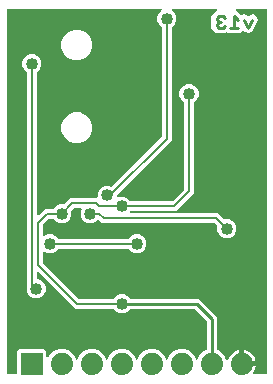
<source format=gbr>
G04 EAGLE Gerber RS-274X export*
G75*
%MOMM*%
%FSLAX34Y34*%
%LPD*%
%INBottom Copper*%
%IPPOS*%
%AMOC8*
5,1,8,0,0,1.08239X$1,22.5*%
G01*
%ADD10C,0.254000*%
%ADD11R,1.879600X1.879600*%
%ADD12C,1.879600*%
%ADD13C,1.016000*%
%ADD14C,0.203200*%

G36*
X11996Y4073D02*
X11996Y4073D01*
X12054Y4071D01*
X12136Y4093D01*
X12220Y4105D01*
X12273Y4128D01*
X12329Y4143D01*
X12402Y4186D01*
X12479Y4221D01*
X12524Y4259D01*
X12574Y4288D01*
X12632Y4350D01*
X12696Y4404D01*
X12728Y4453D01*
X12768Y4496D01*
X12807Y4571D01*
X12854Y4641D01*
X12871Y4697D01*
X12898Y4749D01*
X12909Y4817D01*
X12939Y4912D01*
X12942Y5012D01*
X12953Y5080D01*
X12953Y23361D01*
X14739Y25147D01*
X36061Y25147D01*
X37847Y23361D01*
X37847Y19057D01*
X37859Y18972D01*
X37861Y18886D01*
X37879Y18832D01*
X37887Y18775D01*
X37922Y18697D01*
X37948Y18615D01*
X37980Y18568D01*
X38003Y18516D01*
X38058Y18450D01*
X38106Y18379D01*
X38150Y18342D01*
X38186Y18299D01*
X38258Y18251D01*
X38324Y18196D01*
X38376Y18173D01*
X38423Y18141D01*
X38505Y18115D01*
X38584Y18081D01*
X38640Y18073D01*
X38694Y18056D01*
X38780Y18053D01*
X38865Y18042D01*
X38921Y18050D01*
X38978Y18048D01*
X39061Y18070D01*
X39147Y18082D01*
X39198Y18106D01*
X39253Y18120D01*
X39327Y18164D01*
X39406Y18199D01*
X39449Y18236D01*
X39498Y18265D01*
X39557Y18328D01*
X39622Y18384D01*
X39648Y18426D01*
X39692Y18473D01*
X39758Y18602D01*
X39800Y18668D01*
X40248Y19751D01*
X43749Y23252D01*
X48324Y25147D01*
X53276Y25147D01*
X57851Y23252D01*
X61352Y19751D01*
X62562Y16829D01*
X62577Y16804D01*
X62586Y16776D01*
X62649Y16681D01*
X62707Y16584D01*
X62728Y16564D01*
X62744Y16539D01*
X62831Y16467D01*
X62913Y16389D01*
X62939Y16375D01*
X62962Y16357D01*
X63065Y16311D01*
X63166Y16259D01*
X63195Y16253D01*
X63222Y16241D01*
X63334Y16225D01*
X63445Y16204D01*
X63474Y16206D01*
X63503Y16202D01*
X63615Y16218D01*
X63728Y16228D01*
X63755Y16239D01*
X63784Y16243D01*
X63888Y16289D01*
X63993Y16330D01*
X64017Y16348D01*
X64044Y16360D01*
X64130Y16433D01*
X64220Y16502D01*
X64238Y16525D01*
X64260Y16544D01*
X64302Y16611D01*
X64390Y16729D01*
X64412Y16788D01*
X64438Y16829D01*
X65648Y19751D01*
X69149Y23252D01*
X73724Y25147D01*
X78676Y25147D01*
X83251Y23252D01*
X86752Y19751D01*
X87962Y16829D01*
X87977Y16804D01*
X87986Y16776D01*
X88049Y16681D01*
X88107Y16584D01*
X88128Y16564D01*
X88144Y16539D01*
X88231Y16467D01*
X88313Y16389D01*
X88339Y16375D01*
X88362Y16357D01*
X88465Y16311D01*
X88566Y16259D01*
X88595Y16253D01*
X88622Y16241D01*
X88734Y16225D01*
X88845Y16204D01*
X88874Y16206D01*
X88903Y16202D01*
X89015Y16218D01*
X89128Y16228D01*
X89155Y16239D01*
X89184Y16243D01*
X89288Y16289D01*
X89393Y16330D01*
X89417Y16348D01*
X89444Y16360D01*
X89530Y16433D01*
X89620Y16502D01*
X89638Y16525D01*
X89660Y16544D01*
X89702Y16611D01*
X89790Y16729D01*
X89812Y16788D01*
X89838Y16829D01*
X91048Y19751D01*
X94549Y23252D01*
X99124Y25147D01*
X104076Y25147D01*
X108651Y23252D01*
X112152Y19751D01*
X113362Y16829D01*
X113377Y16804D01*
X113386Y16776D01*
X113449Y16681D01*
X113507Y16584D01*
X113528Y16564D01*
X113544Y16539D01*
X113631Y16467D01*
X113713Y16389D01*
X113739Y16375D01*
X113762Y16357D01*
X113865Y16311D01*
X113966Y16259D01*
X113995Y16253D01*
X114022Y16241D01*
X114134Y16225D01*
X114245Y16204D01*
X114274Y16206D01*
X114303Y16202D01*
X114415Y16218D01*
X114528Y16228D01*
X114555Y16239D01*
X114584Y16243D01*
X114688Y16289D01*
X114793Y16330D01*
X114817Y16348D01*
X114844Y16360D01*
X114930Y16433D01*
X115020Y16502D01*
X115038Y16525D01*
X115060Y16544D01*
X115102Y16611D01*
X115190Y16729D01*
X115212Y16788D01*
X115238Y16829D01*
X116448Y19751D01*
X119949Y23252D01*
X124524Y25147D01*
X129476Y25147D01*
X134051Y23252D01*
X137552Y19751D01*
X138762Y16829D01*
X138777Y16804D01*
X138786Y16776D01*
X138849Y16681D01*
X138907Y16584D01*
X138928Y16564D01*
X138944Y16539D01*
X139031Y16467D01*
X139113Y16389D01*
X139139Y16375D01*
X139162Y16357D01*
X139265Y16311D01*
X139366Y16259D01*
X139395Y16253D01*
X139422Y16241D01*
X139534Y16225D01*
X139645Y16204D01*
X139674Y16206D01*
X139703Y16202D01*
X139815Y16218D01*
X139928Y16228D01*
X139955Y16239D01*
X139984Y16243D01*
X140088Y16289D01*
X140193Y16330D01*
X140217Y16348D01*
X140244Y16360D01*
X140330Y16433D01*
X140420Y16502D01*
X140438Y16525D01*
X140460Y16544D01*
X140502Y16611D01*
X140590Y16729D01*
X140612Y16788D01*
X140638Y16829D01*
X141848Y19751D01*
X145349Y23252D01*
X149924Y25147D01*
X154876Y25147D01*
X159451Y23252D01*
X162952Y19751D01*
X164162Y16829D01*
X164177Y16804D01*
X164186Y16776D01*
X164249Y16681D01*
X164307Y16584D01*
X164328Y16564D01*
X164344Y16539D01*
X164431Y16467D01*
X164513Y16389D01*
X164539Y16375D01*
X164562Y16357D01*
X164665Y16311D01*
X164766Y16259D01*
X164795Y16253D01*
X164822Y16241D01*
X164934Y16225D01*
X165045Y16204D01*
X165074Y16206D01*
X165103Y16202D01*
X165215Y16218D01*
X165328Y16228D01*
X165355Y16239D01*
X165384Y16243D01*
X165488Y16289D01*
X165593Y16330D01*
X165617Y16348D01*
X165644Y16360D01*
X165730Y16433D01*
X165820Y16502D01*
X165838Y16525D01*
X165860Y16544D01*
X165902Y16611D01*
X165990Y16729D01*
X166012Y16788D01*
X166038Y16829D01*
X167248Y19751D01*
X170749Y23252D01*
X172855Y24124D01*
X172856Y24125D01*
X172857Y24125D01*
X172976Y24195D01*
X173099Y24268D01*
X173100Y24269D01*
X173102Y24270D01*
X173199Y24374D01*
X173295Y24475D01*
X173295Y24476D01*
X173296Y24478D01*
X173361Y24603D01*
X173425Y24728D01*
X173425Y24729D01*
X173426Y24731D01*
X173428Y24746D01*
X173480Y25007D01*
X173477Y25037D01*
X173481Y25062D01*
X173481Y48591D01*
X173469Y48677D01*
X173466Y48765D01*
X173449Y48817D01*
X173441Y48872D01*
X173406Y48952D01*
X173379Y49035D01*
X173351Y49074D01*
X173325Y49131D01*
X173229Y49245D01*
X173184Y49308D01*
X163608Y58884D01*
X163539Y58936D01*
X163475Y58996D01*
X163425Y59022D01*
X163381Y59055D01*
X163300Y59086D01*
X163222Y59126D01*
X163174Y59134D01*
X163116Y59156D01*
X162968Y59168D01*
X162891Y59181D01*
X109198Y59181D01*
X109111Y59169D01*
X109024Y59166D01*
X108971Y59149D01*
X108916Y59141D01*
X108836Y59106D01*
X108753Y59079D01*
X108714Y59051D01*
X108657Y59025D01*
X108543Y58929D01*
X108480Y58884D01*
X106205Y56609D01*
X103217Y55371D01*
X99983Y55371D01*
X96995Y56609D01*
X94672Y58933D01*
X94600Y59053D01*
X94599Y59054D01*
X94598Y59056D01*
X94496Y59151D01*
X94394Y59248D01*
X94392Y59249D01*
X94391Y59250D01*
X94266Y59314D01*
X94141Y59379D01*
X94139Y59379D01*
X94138Y59380D01*
X94123Y59382D01*
X93862Y59434D01*
X93831Y59431D01*
X93807Y59435D01*
X61816Y59435D01*
X31198Y90054D01*
X31174Y90071D01*
X31155Y90094D01*
X31061Y90157D01*
X30971Y90225D01*
X30943Y90235D01*
X30919Y90251D01*
X30811Y90286D01*
X30705Y90326D01*
X30676Y90328D01*
X30648Y90337D01*
X30534Y90340D01*
X30422Y90349D01*
X30393Y90344D01*
X30364Y90344D01*
X30254Y90316D01*
X30143Y90294D01*
X30117Y90280D01*
X30089Y90273D01*
X29991Y90215D01*
X29891Y90163D01*
X29869Y90142D01*
X29844Y90127D01*
X29767Y90045D01*
X29685Y89967D01*
X29670Y89941D01*
X29650Y89920D01*
X29598Y89819D01*
X29541Y89721D01*
X29534Y89693D01*
X29520Y89667D01*
X29507Y89590D01*
X29471Y89446D01*
X29473Y89383D01*
X29465Y89336D01*
X29465Y85344D01*
X29473Y85286D01*
X29471Y85228D01*
X29493Y85146D01*
X29505Y85062D01*
X29528Y85009D01*
X29543Y84953D01*
X29586Y84880D01*
X29621Y84803D01*
X29659Y84758D01*
X29688Y84708D01*
X29750Y84650D01*
X29804Y84586D01*
X29853Y84554D01*
X29896Y84514D01*
X29971Y84475D01*
X30041Y84428D01*
X30097Y84411D01*
X30149Y84384D01*
X30217Y84373D01*
X30312Y84343D01*
X30412Y84340D01*
X30480Y84329D01*
X30827Y84329D01*
X33815Y83091D01*
X36101Y80805D01*
X37339Y77817D01*
X37339Y74583D01*
X36101Y71595D01*
X33815Y69309D01*
X30827Y68071D01*
X27593Y68071D01*
X24605Y69309D01*
X22319Y71595D01*
X21081Y74583D01*
X21081Y77817D01*
X21258Y78244D01*
X21266Y78273D01*
X21280Y78301D01*
X21293Y78378D01*
X21329Y78519D01*
X21327Y78583D01*
X21335Y78632D01*
X21335Y258907D01*
X21335Y258908D01*
X21335Y258910D01*
X21327Y258964D01*
X21329Y259009D01*
X21312Y259074D01*
X21295Y259188D01*
X21295Y259190D01*
X21295Y259191D01*
X21262Y259263D01*
X21257Y259284D01*
X21240Y259312D01*
X21237Y259318D01*
X21179Y259448D01*
X21178Y259449D01*
X21177Y259450D01*
X21112Y259527D01*
X21112Y259528D01*
X21110Y259530D01*
X21085Y259559D01*
X20996Y259665D01*
X20994Y259666D01*
X20993Y259667D01*
X20980Y259675D01*
X20828Y259777D01*
X18509Y262095D01*
X17271Y265083D01*
X17271Y268317D01*
X18509Y271305D01*
X20795Y273591D01*
X23783Y274829D01*
X27017Y274829D01*
X30005Y273591D01*
X32291Y271305D01*
X33529Y268317D01*
X33529Y265083D01*
X32291Y262095D01*
X29967Y259772D01*
X29847Y259700D01*
X29846Y259699D01*
X29844Y259698D01*
X29749Y259596D01*
X29652Y259494D01*
X29651Y259492D01*
X29650Y259491D01*
X29586Y259366D01*
X29579Y259354D01*
X29564Y259331D01*
X29559Y259314D01*
X29521Y259241D01*
X29521Y259239D01*
X29520Y259238D01*
X29518Y259223D01*
X29497Y259119D01*
X29479Y259060D01*
X29478Y259020D01*
X29466Y258962D01*
X29469Y258931D01*
X29465Y258907D01*
X29465Y139264D01*
X29469Y139235D01*
X29466Y139206D01*
X29489Y139095D01*
X29505Y138983D01*
X29517Y138956D01*
X29522Y138927D01*
X29575Y138827D01*
X29621Y138723D01*
X29640Y138701D01*
X29653Y138675D01*
X29731Y138593D01*
X29804Y138506D01*
X29829Y138490D01*
X29849Y138469D01*
X29947Y138411D01*
X30041Y138349D01*
X30069Y138340D01*
X30094Y138325D01*
X30204Y138297D01*
X30312Y138263D01*
X30342Y138262D01*
X30370Y138255D01*
X30483Y138258D01*
X30596Y138256D01*
X30625Y138263D01*
X30654Y138264D01*
X30762Y138299D01*
X30871Y138327D01*
X30897Y138342D01*
X30925Y138351D01*
X30988Y138397D01*
X31116Y138473D01*
X31159Y138518D01*
X31198Y138546D01*
X33738Y141086D01*
X36416Y143765D01*
X43007Y143765D01*
X43008Y143765D01*
X43010Y143765D01*
X43149Y143785D01*
X43288Y143805D01*
X43290Y143805D01*
X43291Y143805D01*
X43418Y143863D01*
X43548Y143921D01*
X43549Y143922D01*
X43550Y143923D01*
X43659Y144015D01*
X43765Y144104D01*
X43766Y144106D01*
X43767Y144107D01*
X43775Y144120D01*
X43877Y144272D01*
X46195Y146591D01*
X49183Y147829D01*
X52470Y147829D01*
X52605Y147794D01*
X52607Y147794D01*
X52608Y147793D01*
X52749Y147798D01*
X52889Y147802D01*
X52891Y147802D01*
X52893Y147802D01*
X53027Y147846D01*
X53160Y147889D01*
X53162Y147889D01*
X53163Y147890D01*
X53175Y147899D01*
X53396Y148047D01*
X53416Y148070D01*
X53436Y148085D01*
X58006Y152655D01*
X80086Y152655D01*
X80144Y152663D01*
X80202Y152661D01*
X80284Y152683D01*
X80368Y152695D01*
X80421Y152718D01*
X80477Y152733D01*
X80550Y152776D01*
X80627Y152811D01*
X80672Y152849D01*
X80722Y152878D01*
X80780Y152940D01*
X80844Y152994D01*
X80876Y153043D01*
X80916Y153086D01*
X80955Y153161D01*
X81002Y153231D01*
X81019Y153287D01*
X81046Y153339D01*
X81057Y153407D01*
X81087Y153502D01*
X81090Y153602D01*
X81101Y153670D01*
X81101Y156786D01*
X82339Y159774D01*
X84625Y162060D01*
X87613Y163298D01*
X90847Y163298D01*
X92485Y162619D01*
X92486Y162619D01*
X92488Y162618D01*
X92622Y162584D01*
X92760Y162548D01*
X92762Y162548D01*
X92763Y162548D01*
X92904Y162553D01*
X93044Y162557D01*
X93046Y162557D01*
X93047Y162557D01*
X93179Y162600D01*
X93315Y162643D01*
X93316Y162644D01*
X93318Y162645D01*
X93330Y162653D01*
X93551Y162802D01*
X93571Y162825D01*
X93591Y162839D01*
X135338Y204586D01*
X135390Y204656D01*
X135450Y204720D01*
X135476Y204769D01*
X135509Y204814D01*
X135540Y204895D01*
X135580Y204973D01*
X135588Y205021D01*
X135610Y205079D01*
X135622Y205227D01*
X135635Y205304D01*
X135635Y297007D01*
X135635Y297008D01*
X135635Y297010D01*
X135615Y297149D01*
X135595Y297288D01*
X135595Y297290D01*
X135595Y297291D01*
X135538Y297416D01*
X135479Y297548D01*
X135478Y297549D01*
X135477Y297550D01*
X135387Y297657D01*
X135296Y297765D01*
X135294Y297766D01*
X135293Y297767D01*
X135280Y297775D01*
X135128Y297877D01*
X132809Y300195D01*
X131571Y303183D01*
X131571Y306417D01*
X132809Y309405D01*
X135106Y311702D01*
X135124Y311726D01*
X135146Y311745D01*
X135209Y311839D01*
X135277Y311929D01*
X135288Y311957D01*
X135304Y311981D01*
X135338Y312089D01*
X135378Y312195D01*
X135381Y312224D01*
X135390Y312252D01*
X135393Y312366D01*
X135402Y312478D01*
X135396Y312507D01*
X135397Y312536D01*
X135368Y312646D01*
X135346Y312757D01*
X135333Y312783D01*
X135325Y312811D01*
X135267Y312909D01*
X135215Y313009D01*
X135195Y313031D01*
X135180Y313056D01*
X135097Y313133D01*
X135019Y313215D01*
X134994Y313230D01*
X134973Y313250D01*
X134872Y313302D01*
X134774Y313359D01*
X134746Y313366D01*
X134720Y313380D01*
X134642Y313393D01*
X134499Y313429D01*
X134436Y313427D01*
X134388Y313435D01*
X5080Y313435D01*
X5022Y313427D01*
X4964Y313429D01*
X4882Y313407D01*
X4798Y313395D01*
X4745Y313372D01*
X4689Y313357D01*
X4616Y313314D01*
X4539Y313279D01*
X4494Y313241D01*
X4444Y313212D01*
X4386Y313150D01*
X4322Y313096D01*
X4290Y313047D01*
X4250Y313004D01*
X4211Y312929D01*
X4164Y312859D01*
X4147Y312803D01*
X4120Y312751D01*
X4109Y312683D01*
X4079Y312588D01*
X4076Y312488D01*
X4065Y312420D01*
X4065Y5080D01*
X4073Y5022D01*
X4071Y4964D01*
X4093Y4882D01*
X4105Y4798D01*
X4128Y4745D01*
X4143Y4689D01*
X4186Y4616D01*
X4221Y4539D01*
X4259Y4494D01*
X4288Y4444D01*
X4350Y4386D01*
X4404Y4322D01*
X4453Y4290D01*
X4496Y4250D01*
X4571Y4211D01*
X4641Y4164D01*
X4697Y4147D01*
X4749Y4120D01*
X4817Y4109D01*
X4912Y4079D01*
X5012Y4076D01*
X5080Y4065D01*
X11938Y4065D01*
X11996Y4073D01*
G37*
G36*
X223578Y4073D02*
X223578Y4073D01*
X223636Y4071D01*
X223718Y4093D01*
X223802Y4105D01*
X223855Y4128D01*
X223911Y4143D01*
X223984Y4186D01*
X224061Y4221D01*
X224106Y4259D01*
X224156Y4288D01*
X224214Y4350D01*
X224278Y4404D01*
X224310Y4453D01*
X224350Y4496D01*
X224389Y4571D01*
X224436Y4641D01*
X224453Y4697D01*
X224480Y4749D01*
X224491Y4817D01*
X224521Y4912D01*
X224524Y5012D01*
X224535Y5080D01*
X224535Y312420D01*
X224527Y312478D01*
X224529Y312536D01*
X224507Y312618D01*
X224495Y312702D01*
X224472Y312755D01*
X224457Y312811D01*
X224414Y312884D01*
X224379Y312961D01*
X224341Y313006D01*
X224312Y313056D01*
X224250Y313114D01*
X224196Y313178D01*
X224147Y313210D01*
X224104Y313250D01*
X224029Y313289D01*
X223959Y313336D01*
X223903Y313353D01*
X223851Y313380D01*
X223783Y313391D01*
X223688Y313421D01*
X223588Y313424D01*
X223520Y313435D01*
X199479Y313435D01*
X199449Y313431D01*
X199420Y313434D01*
X199309Y313411D01*
X199197Y313395D01*
X199170Y313383D01*
X199142Y313378D01*
X199041Y313325D01*
X198938Y313279D01*
X198915Y313260D01*
X198889Y313247D01*
X198807Y313169D01*
X198721Y313096D01*
X198704Y313071D01*
X198683Y313051D01*
X198626Y312953D01*
X198563Y312859D01*
X198554Y312831D01*
X198539Y312806D01*
X198511Y312696D01*
X198477Y312588D01*
X198476Y312558D01*
X198469Y312530D01*
X198473Y312417D01*
X198470Y312304D01*
X198477Y312275D01*
X198478Y312246D01*
X198513Y312138D01*
X198542Y312029D01*
X198557Y312003D01*
X198566Y311975D01*
X198611Y311912D01*
X198687Y311784D01*
X198733Y311741D01*
X198761Y311702D01*
X201623Y308840D01*
X202370Y308093D01*
X202400Y308070D01*
X202425Y308042D01*
X202513Y307985D01*
X202597Y307922D01*
X202632Y307909D01*
X202664Y307888D01*
X202764Y307858D01*
X202862Y307821D01*
X202900Y307818D01*
X202936Y307807D01*
X203041Y307806D01*
X203146Y307797D01*
X203183Y307805D01*
X203221Y307805D01*
X203295Y307827D01*
X203425Y307853D01*
X203489Y307887D01*
X203542Y307903D01*
X204979Y308622D01*
X208379Y307489D01*
X208395Y307486D01*
X208409Y307479D01*
X208534Y307460D01*
X208659Y307437D01*
X208675Y307439D01*
X208690Y307437D01*
X208758Y307447D01*
X208942Y307466D01*
X208985Y307483D01*
X209022Y307489D01*
X212421Y308622D01*
X215621Y307022D01*
X216753Y303628D01*
X212733Y295588D01*
X212706Y295508D01*
X212678Y295455D01*
X212232Y294117D01*
X212222Y294112D01*
X212209Y294104D01*
X212195Y294098D01*
X212093Y294023D01*
X211988Y293951D01*
X211978Y293939D01*
X211966Y293930D01*
X211925Y293874D01*
X211808Y293731D01*
X211790Y293688D01*
X211768Y293658D01*
X211763Y293649D01*
X210426Y293203D01*
X210351Y293166D01*
X210293Y293148D01*
X209032Y292517D01*
X209021Y292521D01*
X209006Y292523D01*
X208992Y292530D01*
X208867Y292549D01*
X208742Y292572D01*
X208726Y292570D01*
X208711Y292573D01*
X208643Y292562D01*
X208459Y292544D01*
X208416Y292526D01*
X208379Y292521D01*
X208369Y292517D01*
X207108Y293148D01*
X207029Y293174D01*
X206975Y293203D01*
X205638Y293649D01*
X205633Y293658D01*
X205624Y293671D01*
X205619Y293686D01*
X205544Y293788D01*
X205471Y293892D01*
X205459Y293902D01*
X205450Y293915D01*
X205395Y293955D01*
X205251Y294072D01*
X205209Y294091D01*
X205179Y294112D01*
X205087Y294158D01*
X205028Y294220D01*
X204938Y294319D01*
X204930Y294323D01*
X204924Y294329D01*
X204808Y294397D01*
X204695Y294466D01*
X204686Y294469D01*
X204679Y294473D01*
X204550Y294506D01*
X204420Y294541D01*
X204412Y294541D01*
X204403Y294543D01*
X204270Y294539D01*
X204136Y294537D01*
X204128Y294534D01*
X204119Y294534D01*
X203992Y294493D01*
X203864Y294454D01*
X203857Y294449D01*
X203849Y294447D01*
X203806Y294416D01*
X203626Y294299D01*
X203601Y294270D01*
X203575Y294252D01*
X202185Y292861D01*
X191828Y292861D01*
X191030Y293659D01*
X190983Y293694D01*
X190943Y293737D01*
X190870Y293780D01*
X190803Y293830D01*
X190748Y293851D01*
X190698Y293881D01*
X190616Y293901D01*
X190537Y293931D01*
X190479Y293936D01*
X190422Y293951D01*
X190338Y293948D01*
X190254Y293955D01*
X190197Y293943D01*
X190138Y293942D01*
X190058Y293916D01*
X189975Y293899D01*
X189923Y293872D01*
X189868Y293854D01*
X189811Y293814D01*
X189723Y293768D01*
X189650Y293699D01*
X189594Y293659D01*
X188796Y292861D01*
X181829Y292861D01*
X177604Y297086D01*
X177604Y307443D01*
X180431Y310270D01*
X181864Y311702D01*
X181881Y311726D01*
X181904Y311745D01*
X181966Y311839D01*
X182034Y311929D01*
X182045Y311957D01*
X182061Y311981D01*
X182095Y312089D01*
X182136Y312195D01*
X182138Y312224D01*
X182147Y312252D01*
X182150Y312366D01*
X182159Y312478D01*
X182153Y312507D01*
X182154Y312536D01*
X182126Y312646D01*
X182103Y312757D01*
X182090Y312783D01*
X182082Y312811D01*
X182025Y312909D01*
X181972Y313009D01*
X181952Y313031D01*
X181937Y313056D01*
X181855Y313133D01*
X181777Y313215D01*
X181751Y313230D01*
X181730Y313250D01*
X181629Y313302D01*
X181531Y313359D01*
X181503Y313366D01*
X181477Y313380D01*
X181399Y313393D01*
X181256Y313429D01*
X181193Y313427D01*
X181146Y313435D01*
X145012Y313435D01*
X144982Y313431D01*
X144953Y313434D01*
X144842Y313411D01*
X144730Y313395D01*
X144703Y313383D01*
X144675Y313378D01*
X144574Y313325D01*
X144471Y313279D01*
X144448Y313260D01*
X144422Y313247D01*
X144340Y313169D01*
X144254Y313096D01*
X144237Y313071D01*
X144216Y313051D01*
X144159Y312953D01*
X144096Y312859D01*
X144087Y312831D01*
X144072Y312806D01*
X144044Y312696D01*
X144010Y312588D01*
X144009Y312558D01*
X144002Y312530D01*
X144006Y312417D01*
X144003Y312304D01*
X144010Y312275D01*
X144011Y312246D01*
X144046Y312138D01*
X144075Y312029D01*
X144090Y312003D01*
X144099Y311975D01*
X144144Y311912D01*
X144220Y311784D01*
X144266Y311741D01*
X144294Y311702D01*
X146591Y309405D01*
X147829Y306417D01*
X147829Y303183D01*
X146591Y300195D01*
X144267Y297872D01*
X144147Y297800D01*
X144146Y297799D01*
X144144Y297798D01*
X144049Y297696D01*
X143952Y297594D01*
X143951Y297592D01*
X143950Y297591D01*
X143886Y297466D01*
X143821Y297341D01*
X143821Y297339D01*
X143820Y297338D01*
X143818Y297323D01*
X143766Y297062D01*
X143769Y297031D01*
X143765Y297007D01*
X143765Y201516D01*
X97656Y155408D01*
X97604Y155338D01*
X97544Y155274D01*
X97518Y155225D01*
X97485Y155180D01*
X97454Y155099D01*
X97414Y155021D01*
X97406Y154973D01*
X97384Y154915D01*
X97372Y154767D01*
X97359Y154690D01*
X97359Y154611D01*
X97375Y154497D01*
X97385Y154383D01*
X97395Y154357D01*
X97399Y154330D01*
X97446Y154225D01*
X97487Y154118D01*
X97503Y154096D01*
X97515Y154070D01*
X97589Y153983D01*
X97658Y153891D01*
X97681Y153874D01*
X97698Y153853D01*
X97794Y153790D01*
X97886Y153721D01*
X97912Y153711D01*
X97935Y153696D01*
X98045Y153661D01*
X98152Y153620D01*
X98180Y153618D01*
X98206Y153610D01*
X98321Y153607D01*
X98435Y153598D01*
X98460Y153603D01*
X98490Y153603D01*
X98747Y153670D01*
X98763Y153673D01*
X99983Y154179D01*
X103217Y154179D01*
X106205Y152941D01*
X108528Y150617D01*
X108600Y150497D01*
X108601Y150496D01*
X108602Y150494D01*
X108704Y150399D01*
X108806Y150302D01*
X108808Y150301D01*
X108809Y150300D01*
X108934Y150236D01*
X109059Y150171D01*
X109061Y150171D01*
X109062Y150170D01*
X109077Y150168D01*
X109338Y150116D01*
X109369Y150119D01*
X109393Y150115D01*
X143946Y150115D01*
X144032Y150127D01*
X144120Y150130D01*
X144172Y150147D01*
X144227Y150155D01*
X144307Y150190D01*
X144390Y150217D01*
X144430Y150245D01*
X144487Y150271D01*
X144600Y150367D01*
X144664Y150412D01*
X154210Y159958D01*
X154262Y160028D01*
X154322Y160092D01*
X154348Y160141D01*
X154381Y160186D01*
X154412Y160267D01*
X154452Y160345D01*
X154460Y160393D01*
X154482Y160451D01*
X154494Y160599D01*
X154507Y160676D01*
X154507Y233431D01*
X154507Y233432D01*
X154507Y233434D01*
X154487Y233573D01*
X154467Y233712D01*
X154467Y233714D01*
X154467Y233715D01*
X154409Y233842D01*
X154351Y233972D01*
X154350Y233973D01*
X154349Y233974D01*
X154257Y234083D01*
X154168Y234189D01*
X154166Y234190D01*
X154165Y234191D01*
X154152Y234199D01*
X154000Y234301D01*
X151681Y236619D01*
X150443Y239607D01*
X150443Y242841D01*
X151681Y245829D01*
X153967Y248115D01*
X156955Y249353D01*
X160189Y249353D01*
X163177Y248115D01*
X165463Y245829D01*
X166701Y242841D01*
X166701Y239607D01*
X165463Y236619D01*
X163139Y234296D01*
X163019Y234224D01*
X163018Y234223D01*
X163016Y234222D01*
X162921Y234120D01*
X162824Y234018D01*
X162823Y234016D01*
X162822Y234015D01*
X162758Y233890D01*
X162693Y233765D01*
X162693Y233763D01*
X162692Y233762D01*
X162690Y233747D01*
X162638Y233486D01*
X162641Y233455D01*
X162637Y233431D01*
X162637Y156888D01*
X147734Y141985D01*
X109393Y141985D01*
X109307Y141973D01*
X109219Y141970D01*
X109166Y141953D01*
X109112Y141945D01*
X109032Y141910D01*
X108949Y141883D01*
X108909Y141855D01*
X108852Y141829D01*
X108739Y141733D01*
X108675Y141688D01*
X108658Y141664D01*
X108635Y141646D01*
X108635Y141645D01*
X108572Y141551D01*
X108504Y141461D01*
X108494Y141433D01*
X108478Y141409D01*
X108443Y141301D01*
X108403Y141195D01*
X108401Y141166D01*
X108392Y141138D01*
X108389Y141024D01*
X108380Y140912D01*
X108385Y140883D01*
X108385Y140854D01*
X108413Y140744D01*
X108435Y140633D01*
X108449Y140607D01*
X108456Y140579D01*
X108514Y140481D01*
X108566Y140381D01*
X108587Y140359D01*
X108602Y140334D01*
X108684Y140257D01*
X108762Y140175D01*
X108788Y140160D01*
X108809Y140140D01*
X108910Y140088D01*
X109008Y140031D01*
X109036Y140024D01*
X109062Y140010D01*
X109139Y139997D01*
X109283Y139961D01*
X109346Y139963D01*
X109393Y139955D01*
X183294Y139955D01*
X187864Y135385D01*
X187865Y135384D01*
X187866Y135382D01*
X187978Y135299D01*
X188091Y135214D01*
X188092Y135213D01*
X188094Y135212D01*
X188224Y135163D01*
X188356Y135113D01*
X188358Y135113D01*
X188360Y135112D01*
X188502Y135101D01*
X188640Y135089D01*
X188641Y135089D01*
X188643Y135089D01*
X188659Y135093D01*
X188837Y135129D01*
X192117Y135129D01*
X195105Y133891D01*
X197391Y131605D01*
X198629Y128617D01*
X198629Y125383D01*
X197391Y122395D01*
X195105Y120109D01*
X192117Y118871D01*
X188883Y118871D01*
X185895Y120109D01*
X183609Y122395D01*
X182371Y125383D01*
X182371Y128670D01*
X182406Y128805D01*
X182406Y128807D01*
X182407Y128808D01*
X182402Y128947D01*
X182398Y129089D01*
X182398Y129091D01*
X182398Y129093D01*
X182355Y129226D01*
X182312Y129360D01*
X182311Y129361D01*
X182310Y129363D01*
X182301Y129376D01*
X182168Y129574D01*
X182167Y129576D01*
X182166Y129577D01*
X182153Y129596D01*
X182130Y129616D01*
X182115Y129636D01*
X180224Y131528D01*
X180154Y131580D01*
X180090Y131640D01*
X180041Y131666D01*
X179996Y131699D01*
X179915Y131730D01*
X179837Y131770D01*
X179789Y131778D01*
X179731Y131800D01*
X179583Y131812D01*
X179506Y131825D01*
X84676Y131825D01*
X82332Y134170D01*
X82285Y134205D01*
X82245Y134248D01*
X82172Y134290D01*
X82104Y134341D01*
X82050Y134362D01*
X81999Y134391D01*
X81918Y134412D01*
X81839Y134442D01*
X81780Y134447D01*
X81724Y134461D01*
X81639Y134459D01*
X81555Y134466D01*
X81498Y134454D01*
X81440Y134452D01*
X81359Y134426D01*
X81277Y134410D01*
X81225Y134383D01*
X81169Y134365D01*
X81113Y134325D01*
X81024Y134279D01*
X80952Y134210D01*
X80896Y134170D01*
X79535Y132809D01*
X76547Y131571D01*
X73313Y131571D01*
X70325Y132809D01*
X68039Y135095D01*
X66801Y138083D01*
X66801Y141317D01*
X67549Y143121D01*
X67577Y143233D01*
X67612Y143342D01*
X67613Y143370D01*
X67620Y143397D01*
X67616Y143511D01*
X67619Y143626D01*
X67612Y143653D01*
X67612Y143681D01*
X67577Y143790D01*
X67548Y143901D01*
X67533Y143925D01*
X67525Y143952D01*
X67461Y144047D01*
X67402Y144146D01*
X67382Y144165D01*
X67367Y144188D01*
X67279Y144262D01*
X67195Y144340D01*
X67170Y144353D01*
X67149Y144371D01*
X67044Y144417D01*
X66942Y144470D01*
X66917Y144474D01*
X66889Y144486D01*
X66626Y144523D01*
X66611Y144525D01*
X61794Y144525D01*
X61708Y144513D01*
X61620Y144510D01*
X61568Y144493D01*
X61513Y144485D01*
X61433Y144450D01*
X61350Y144423D01*
X61310Y144395D01*
X61253Y144369D01*
X61140Y144273D01*
X61076Y144228D01*
X59185Y142336D01*
X59184Y142335D01*
X59183Y142334D01*
X59094Y142216D01*
X59014Y142109D01*
X59013Y142108D01*
X59012Y142106D01*
X58961Y141970D01*
X58913Y141844D01*
X58913Y141842D01*
X58912Y141840D01*
X58901Y141700D01*
X58889Y141560D01*
X58889Y141559D01*
X58889Y141557D01*
X58893Y141542D01*
X58929Y141363D01*
X58929Y138083D01*
X57691Y135095D01*
X55405Y132809D01*
X52417Y131571D01*
X49183Y131571D01*
X46195Y132809D01*
X43872Y135133D01*
X43800Y135253D01*
X43799Y135254D01*
X43798Y135256D01*
X43696Y135351D01*
X43594Y135448D01*
X43592Y135449D01*
X43591Y135450D01*
X43466Y135514D01*
X43341Y135579D01*
X43339Y135579D01*
X43338Y135580D01*
X43323Y135582D01*
X43062Y135634D01*
X43031Y135631D01*
X43007Y135635D01*
X40204Y135635D01*
X40118Y135623D01*
X40030Y135620D01*
X39978Y135603D01*
X39923Y135595D01*
X39843Y135560D01*
X39760Y135533D01*
X39720Y135505D01*
X39663Y135479D01*
X39550Y135383D01*
X39486Y135338D01*
X34842Y130694D01*
X34790Y130624D01*
X34730Y130560D01*
X34704Y130511D01*
X34671Y130466D01*
X34640Y130385D01*
X34600Y130307D01*
X34592Y130259D01*
X34570Y130201D01*
X34565Y130144D01*
X34559Y130124D01*
X34557Y130047D01*
X34545Y129976D01*
X34545Y122093D01*
X34561Y121979D01*
X34571Y121865D01*
X34581Y121839D01*
X34585Y121812D01*
X34632Y121707D01*
X34673Y121600D01*
X34689Y121578D01*
X34701Y121552D01*
X34775Y121464D01*
X34844Y121373D01*
X34867Y121356D01*
X34884Y121335D01*
X34980Y121272D01*
X35072Y121203D01*
X35098Y121193D01*
X35121Y121178D01*
X35231Y121143D01*
X35338Y121102D01*
X35366Y121100D01*
X35392Y121092D01*
X35507Y121089D01*
X35621Y121080D01*
X35646Y121085D01*
X35676Y121085D01*
X35933Y121152D01*
X35949Y121155D01*
X39023Y122429D01*
X42257Y122429D01*
X45245Y121191D01*
X47568Y118867D01*
X47640Y118747D01*
X47641Y118746D01*
X47642Y118744D01*
X47744Y118649D01*
X47846Y118552D01*
X47848Y118551D01*
X47849Y118550D01*
X47974Y118486D01*
X48099Y118421D01*
X48101Y118421D01*
X48102Y118420D01*
X48117Y118418D01*
X48378Y118366D01*
X48409Y118369D01*
X48433Y118365D01*
X106507Y118365D01*
X106508Y118365D01*
X106510Y118365D01*
X106649Y118385D01*
X106788Y118405D01*
X106790Y118405D01*
X106791Y118405D01*
X106918Y118463D01*
X107048Y118521D01*
X107049Y118522D01*
X107050Y118523D01*
X107159Y118615D01*
X107265Y118704D01*
X107266Y118706D01*
X107267Y118707D01*
X107275Y118720D01*
X107377Y118872D01*
X109695Y121191D01*
X112683Y122429D01*
X115917Y122429D01*
X118905Y121191D01*
X121191Y118905D01*
X122429Y115917D01*
X122429Y112683D01*
X121191Y109695D01*
X118905Y107409D01*
X115917Y106171D01*
X112683Y106171D01*
X109695Y107409D01*
X107372Y109733D01*
X107300Y109853D01*
X107299Y109854D01*
X107298Y109856D01*
X107196Y109951D01*
X107094Y110048D01*
X107092Y110049D01*
X107091Y110050D01*
X106966Y110114D01*
X106841Y110179D01*
X106839Y110179D01*
X106838Y110180D01*
X106823Y110182D01*
X106562Y110234D01*
X106531Y110231D01*
X106507Y110235D01*
X48433Y110235D01*
X48432Y110235D01*
X48430Y110235D01*
X48291Y110215D01*
X48152Y110195D01*
X48150Y110195D01*
X48149Y110195D01*
X48022Y110137D01*
X47892Y110079D01*
X47891Y110078D01*
X47890Y110077D01*
X47781Y109985D01*
X47675Y109896D01*
X47674Y109894D01*
X47673Y109893D01*
X47665Y109880D01*
X47563Y109728D01*
X45245Y107409D01*
X42257Y106171D01*
X39023Y106171D01*
X35949Y107445D01*
X35837Y107473D01*
X35728Y107508D01*
X35700Y107509D01*
X35673Y107516D01*
X35559Y107512D01*
X35444Y107515D01*
X35417Y107508D01*
X35389Y107508D01*
X35280Y107473D01*
X35169Y107444D01*
X35145Y107429D01*
X35118Y107421D01*
X35023Y107357D01*
X34924Y107298D01*
X34905Y107278D01*
X34882Y107263D01*
X34808Y107175D01*
X34730Y107091D01*
X34717Y107066D01*
X34699Y107045D01*
X34652Y106940D01*
X34600Y106838D01*
X34596Y106813D01*
X34584Y106785D01*
X34547Y106522D01*
X34545Y106507D01*
X34545Y98624D01*
X34557Y98538D01*
X34560Y98450D01*
X34577Y98398D01*
X34585Y98343D01*
X34620Y98263D01*
X34647Y98180D01*
X34675Y98140D01*
X34701Y98083D01*
X34797Y97970D01*
X34842Y97906D01*
X64886Y67862D01*
X64956Y67810D01*
X65020Y67750D01*
X65069Y67724D01*
X65114Y67691D01*
X65195Y67660D01*
X65273Y67620D01*
X65321Y67612D01*
X65379Y67590D01*
X65527Y67578D01*
X65604Y67565D01*
X93807Y67565D01*
X93808Y67565D01*
X93810Y67565D01*
X93949Y67585D01*
X94088Y67605D01*
X94090Y67605D01*
X94091Y67605D01*
X94218Y67663D01*
X94348Y67721D01*
X94349Y67722D01*
X94350Y67723D01*
X94459Y67815D01*
X94565Y67904D01*
X94566Y67906D01*
X94567Y67907D01*
X94575Y67920D01*
X94677Y68072D01*
X96995Y70391D01*
X99983Y71629D01*
X103217Y71629D01*
X106205Y70391D01*
X108480Y68116D01*
X108549Y68064D01*
X108613Y68004D01*
X108663Y67978D01*
X108707Y67945D01*
X108789Y67914D01*
X108867Y67874D01*
X108914Y67866D01*
X108973Y67844D01*
X109120Y67832D01*
X109198Y67819D01*
X166889Y67819D01*
X182119Y52589D01*
X182119Y25062D01*
X182119Y25060D01*
X182119Y25059D01*
X182139Y24919D01*
X182159Y24780D01*
X182159Y24779D01*
X182159Y24777D01*
X182216Y24651D01*
X182275Y24521D01*
X182276Y24520D01*
X182277Y24518D01*
X182369Y24410D01*
X182458Y24304D01*
X182460Y24303D01*
X182461Y24302D01*
X182474Y24294D01*
X182695Y24146D01*
X182724Y24137D01*
X182745Y24124D01*
X184851Y23252D01*
X188352Y19751D01*
X189869Y16089D01*
X189904Y16029D01*
X189930Y15965D01*
X189976Y15907D01*
X190013Y15844D01*
X190063Y15796D01*
X190106Y15742D01*
X190166Y15699D01*
X190220Y15649D01*
X190281Y15617D01*
X190338Y15577D01*
X190407Y15552D01*
X190473Y15518D01*
X190540Y15505D01*
X190606Y15482D01*
X190679Y15478D01*
X190752Y15463D01*
X190820Y15469D01*
X190889Y15465D01*
X190961Y15481D01*
X191035Y15488D01*
X191099Y15513D01*
X191167Y15528D01*
X191231Y15563D01*
X191300Y15590D01*
X191355Y15632D01*
X191416Y15665D01*
X191468Y15717D01*
X191527Y15761D01*
X191568Y15817D01*
X191617Y15866D01*
X191646Y15921D01*
X191697Y15989D01*
X191738Y16097D01*
X191772Y16163D01*
X192136Y17283D01*
X192989Y18957D01*
X194094Y20478D01*
X195422Y21806D01*
X196943Y22911D01*
X198617Y23764D01*
X200404Y24345D01*
X201169Y24466D01*
X201169Y13716D01*
X201177Y13658D01*
X201175Y13600D01*
X201197Y13518D01*
X201209Y13435D01*
X201233Y13381D01*
X201247Y13325D01*
X201290Y13252D01*
X201325Y13175D01*
X201363Y13131D01*
X201393Y13080D01*
X201454Y13023D01*
X201509Y12958D01*
X201557Y12926D01*
X201600Y12886D01*
X201675Y12847D01*
X201745Y12801D01*
X201801Y12783D01*
X201853Y12756D01*
X201921Y12745D01*
X202016Y12715D01*
X202116Y12712D01*
X202184Y12701D01*
X203201Y12701D01*
X203201Y11684D01*
X203209Y11626D01*
X203208Y11568D01*
X203229Y11486D01*
X203241Y11403D01*
X203265Y11349D01*
X203279Y11293D01*
X203322Y11220D01*
X203357Y11143D01*
X203395Y11098D01*
X203425Y11048D01*
X203486Y10990D01*
X203541Y10926D01*
X203589Y10894D01*
X203632Y10854D01*
X203707Y10815D01*
X203777Y10769D01*
X203833Y10751D01*
X203885Y10724D01*
X203953Y10713D01*
X204048Y10683D01*
X204148Y10680D01*
X204216Y10669D01*
X214966Y10669D01*
X214845Y9904D01*
X214264Y8117D01*
X213411Y6443D01*
X212854Y5677D01*
X212811Y5595D01*
X212760Y5519D01*
X212745Y5470D01*
X212721Y5426D01*
X212702Y5336D01*
X212674Y5248D01*
X212673Y5197D01*
X212663Y5147D01*
X212669Y5056D01*
X212667Y4964D01*
X212680Y4915D01*
X212684Y4864D01*
X212716Y4777D01*
X212739Y4689D01*
X212765Y4645D01*
X212783Y4597D01*
X212837Y4523D01*
X212884Y4444D01*
X212921Y4409D01*
X212951Y4369D01*
X213024Y4313D01*
X213092Y4250D01*
X213137Y4227D01*
X213177Y4196D01*
X213263Y4162D01*
X213345Y4120D01*
X213389Y4113D01*
X213442Y4092D01*
X213600Y4077D01*
X213676Y4065D01*
X223520Y4065D01*
X223578Y4073D01*
G37*
%LPC*%
G36*
X60904Y269451D02*
X60904Y269451D01*
X56108Y271438D01*
X52438Y275108D01*
X50451Y279904D01*
X50451Y285096D01*
X52438Y289892D01*
X56108Y293562D01*
X60904Y295549D01*
X66096Y295549D01*
X70892Y293562D01*
X74562Y289892D01*
X76549Y285096D01*
X76549Y279904D01*
X74562Y275108D01*
X70892Y271438D01*
X66096Y269451D01*
X60904Y269451D01*
G37*
%LPD*%
%LPC*%
G36*
X60904Y199451D02*
X60904Y199451D01*
X56108Y201438D01*
X52438Y205108D01*
X50451Y209904D01*
X50451Y215096D01*
X52438Y219892D01*
X56108Y223562D01*
X60904Y225549D01*
X66096Y225549D01*
X70892Y223562D01*
X74562Y219892D01*
X76549Y215096D01*
X76549Y209904D01*
X74562Y205108D01*
X70892Y201438D01*
X66096Y199451D01*
X60904Y199451D01*
G37*
%LPD*%
%LPC*%
G36*
X205231Y14731D02*
X205231Y14731D01*
X205231Y24466D01*
X205996Y24345D01*
X207783Y23764D01*
X209457Y22911D01*
X210978Y21806D01*
X212306Y20478D01*
X213411Y18957D01*
X214264Y17283D01*
X214845Y15496D01*
X214966Y14731D01*
X205231Y14731D01*
G37*
%LPD*%
D10*
X212090Y303959D02*
X208700Y297180D01*
X205311Y303959D01*
X200396Y303959D02*
X197006Y307349D01*
X197006Y297180D01*
X193617Y297180D02*
X200396Y297180D01*
X188702Y305654D02*
X187007Y307349D01*
X183618Y307349D01*
X181923Y305654D01*
X181923Y303959D01*
X183618Y302264D01*
X185313Y302264D01*
X183618Y302264D02*
X181923Y300570D01*
X181923Y298875D01*
X183618Y297180D01*
X187007Y297180D01*
X188702Y298875D01*
D11*
X25400Y12700D03*
D12*
X50800Y12700D03*
X76200Y12700D03*
X101600Y12700D03*
X127000Y12700D03*
X152400Y12700D03*
X177800Y12700D03*
X203200Y12700D03*
D13*
X190500Y215900D03*
X114300Y215900D03*
X139700Y101600D03*
X73660Y72390D03*
X63500Y127000D03*
X88900Y127000D03*
X38100Y50800D03*
X152400Y292100D03*
X203200Y127000D03*
X114300Y114300D03*
X40640Y114300D03*
D14*
X114300Y114300D01*
X25400Y80010D02*
X25400Y266700D01*
D13*
X25400Y266700D03*
X29210Y76200D03*
D14*
X25400Y80010D01*
D13*
X74930Y139700D03*
X190500Y127000D03*
D14*
X187960Y129540D01*
X82550Y139700D02*
X74930Y139700D01*
X82550Y139700D02*
X86360Y135890D01*
X181610Y135890D01*
X190500Y127000D01*
X139700Y203200D02*
X139700Y304800D01*
X91669Y155169D02*
X89230Y155169D01*
X91669Y155169D02*
X139700Y203200D01*
D13*
X89230Y155169D03*
X139700Y304800D03*
D14*
X101600Y63500D02*
X63500Y63500D01*
X30480Y96520D01*
X30480Y132080D01*
X158572Y158572D02*
X158572Y241224D01*
D13*
X101600Y146050D03*
X158572Y241224D03*
X50800Y139700D03*
X101600Y63500D03*
D14*
X30480Y132080D02*
X38100Y139700D01*
X50800Y139700D01*
X59690Y148590D02*
X80010Y148590D01*
X59690Y148590D02*
X50800Y139700D01*
X101600Y146050D02*
X146050Y146050D01*
X158572Y158572D01*
X101600Y146050D02*
X82550Y146050D01*
X80010Y148590D01*
D10*
X101600Y63500D02*
X165100Y63500D01*
X177800Y50800D01*
X177800Y12700D01*
M02*

</source>
